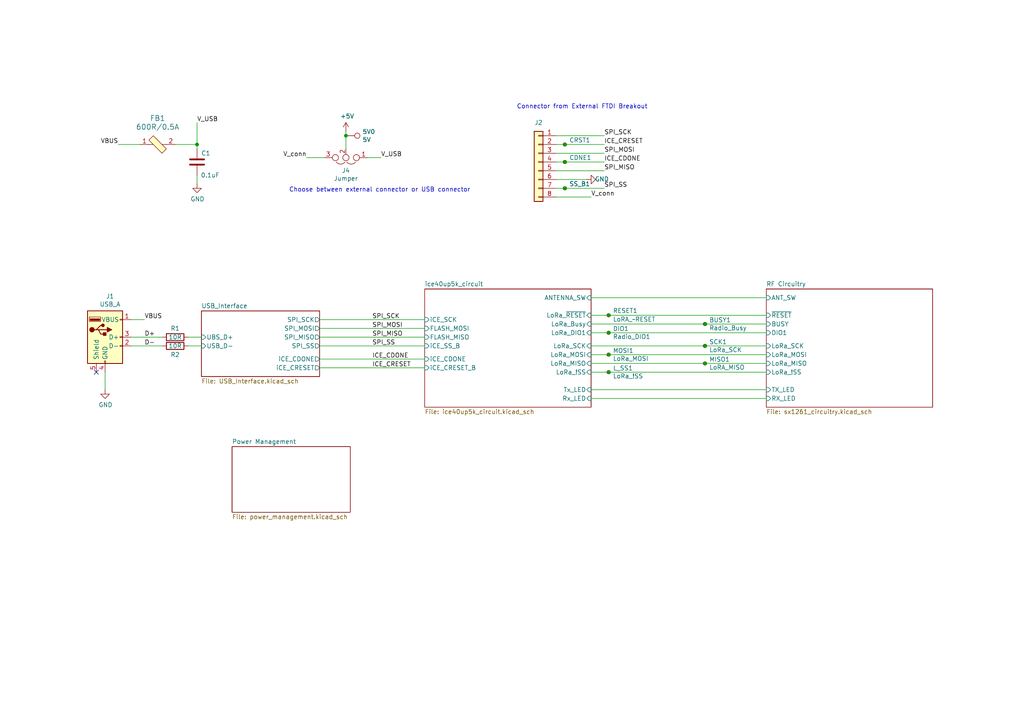
<source format=kicad_sch>
(kicad_sch (version 20211123) (generator eeschema)
  (paper "A4")
  (title_block (title "LoRa Dongle") (company "Mark Njoroge"))
  (lib_symbols
    (symbol "Connector:TestPoint" (pin_numbers hide) (pin_names (offset 0.762) hide)
      (property "Reference" "TP" (at 0 6.858 0))
      (property "Value" "TestPoint" (at 0 5.08 0))
      (symbol "TestPoint_0_1"
        (circle (center 0 3.302) (radius 0.762))
      )
      (symbol "TestPoint_1_1"
        (pin passive line (at 0 0 90) (length 2.54) (name "1") (number "1"))
      )
    )
    (symbol "Connector:TestPoint_Small" (pin_numbers hide) (pin_names (offset 0.762) hide)
      (property "Reference" "TP" (at 0 3.81 0))
      (property "Value" "TestPoint_Small" (at 0 2.032 0))
      (symbol "TestPoint_Small_0_1"
        (circle (center 0 0) (radius 0.508))
      )
      (symbol "TestPoint_Small_1_1"
        (pin passive line (at 0 0 90) (length 0) (name "1") (number "1"))
      )
    )
    (symbol "Connector:USB_A" (pin_names (offset 1.016))
      (property "Reference" "J" (at -5.08 11.43 0))
      (property "Value" "USB_A" (at -5.08 8.89 0))
      (symbol "USB_A_0_1"
        (rectangle (start -5.08 -7.62) (end 5.08 7.62) (stroke (width 0.254)) (fill (type background)))
        (circle (center -3.81 2.159) (radius 0.635) (stroke (width 0.254)) (fill (type outline)))
        (rectangle (start -1.524 4.826) (end -4.318 5.334) (fill (type outline)))
        (rectangle (start -1.27 4.572) (end -4.572 5.842))
        (circle (center -0.635 3.429) (radius 0.381) (stroke (width 0.254)) (fill (type outline)))
        (rectangle (start -0.127 -7.62) (end 0.127 -6.858))
        (polyline (pts (xy -3.175 2.159) (xy -2.54 2.159) (xy -1.27 3.429) (xy -0.635 3.429)) (stroke (width 0.254)))
        (polyline (pts (xy -2.54 2.159) (xy -1.905 2.159) (xy -1.27 0.889) (xy 0 0.889)) (stroke (width 0.254)))
        (polyline (pts (xy 0.635 2.794) (xy 0.635 1.524) (xy 1.905 2.159) (xy 0.635 2.794)) (stroke (width 0.254)) (fill (type outline)))
        (rectangle (start 0.254 1.27) (end -0.508 0.508) (stroke (width 0.254)) (fill (type outline)))
        (rectangle (start 5.08 -2.667) (end 4.318 -2.413))
        (rectangle (start 5.08 -0.127) (end 4.318 0.127))
        (rectangle (start 5.08 4.953) (end 4.318 5.207))
      )
      (symbol "USB_A_1_1"
        (polyline (pts (xy -1.905 2.159) (xy 0.635 2.159)) (stroke (width 0.254)))
        (pin power_in line (at 7.62 5.08 180) (length 2.54) (name "VBUS") (number "1"))
        (pin bidirectional line (at 7.62 -2.54 180) (length 2.54) (name "D-") (number "2"))
        (pin bidirectional line (at 7.62 0 180) (length 2.54) (name "D+") (number "3"))
        (pin power_in line (at 0 -10.16 90) (length 2.54) (name "GND") (number "4"))
        (pin passive line (at -2.54 -10.16 90) (length 2.54) (name "Shield") (number "5"))
      )
    )
    (symbol "Connector_Generic:Conn_01x08" (pin_names (offset 1.016) hide)
      (property "Reference" "J" (at 0 10.16 0))
      (property "Value" "Conn_01x08" (at 0 -12.7 0))
      (symbol "Conn_01x08_1_1"
        (rectangle (start -1.27 -10.033) (end 0 -10.287) (stroke (width 0.1524)))
        (rectangle (start -1.27 -7.493) (end 0 -7.747) (stroke (width 0.1524)))
        (rectangle (start -1.27 -4.953) (end 0 -5.207) (stroke (width 0.1524)))
        (rectangle (start -1.27 -2.413) (end 0 -2.667) (stroke (width 0.1524)))
        (rectangle (start -1.27 0.127) (end 0 -0.127) (stroke (width 0.1524)))
        (rectangle (start -1.27 2.667) (end 0 2.413) (stroke (width 0.1524)))
        (rectangle (start -1.27 5.207) (end 0 4.953) (stroke (width 0.1524)))
        (rectangle (start -1.27 7.747) (end 0 7.493) (stroke (width 0.1524)))
        (rectangle (start -1.27 8.89) (end 1.27 -11.43) (stroke (width 0.254)) (fill (type background)))
        (pin passive line (at -5.08 7.62 0) (length 3.81) (name "Pin_1") (number "1"))
        (pin passive line (at -5.08 5.08 0) (length 3.81) (name "Pin_2") (number "2"))
        (pin passive line (at -5.08 2.54 0) (length 3.81) (name "Pin_3") (number "3"))
        (pin passive line (at -5.08 0 0) (length 3.81) (name "Pin_4") (number "4"))
        (pin passive line (at -5.08 -2.54 0) (length 3.81) (name "Pin_5") (number "5"))
        (pin passive line (at -5.08 -5.08 0) (length 3.81) (name "Pin_6") (number "6"))
        (pin passive line (at -5.08 -7.62 0) (length 3.81) (name "Pin_7") (number "7"))
        (pin passive line (at -5.08 -10.16 0) (length 3.81) (name "Pin_8") (number "8"))
      )
    )
    (symbol "Device:C" (pin_numbers hide) (pin_names (offset 0.254))
      (property "Reference" "C" (at 0.635 2.54 0))
      (property "Value" "C" (at 0.635 -2.54 0))
      (symbol "C_0_1"
        (polyline (pts (xy -2.032 -0.762) (xy 2.032 -0.762)) (stroke (width 0.508)))
        (polyline (pts (xy -2.032 0.762) (xy 2.032 0.762)) (stroke (width 0.508)))
      )
      (symbol "C_1_1"
        (pin passive line (at 0 3.81 270) (length 2.794) (name "~") (number "1"))
        (pin passive line (at 0 -3.81 90) (length 2.794) (name "~") (number "2"))
      )
    )
    (symbol "Device:Jumper_NC_Dual" (pin_names (offset 0.762) hide)
      (property "Reference" "JP" (at 1.27 -2.54 0))
      (property "Value" "Device_Jumper_NC_Dual" (at 0 2.54 0))
      (symbol "Jumper_NC_Dual_0_1"
        (circle (center -3.048 0) (radius 0.889))
        (arc (start -0.254 1.27) (mid -1.524 1.8804) (end -2.794 1.27))
        (circle (center 0 0) (radius 0.9144))
        (arc (start 2.794 1.27) (mid 1.524 1.8804) (end 0.254 1.27))
        (circle (center 3.048 0) (radius 0.889))
        (pin passive line (at -6.35 0 0) (length 2.413) (name "1") (number "1"))
        (pin passive line (at 0 -2.54 90) (length 1.524) (name "2") (number "2"))
        (pin passive line (at 6.35 0 180) (length 2.413) (name "3") (number "3"))
      )
    )
    (symbol "Device:R" (pin_numbers hide) (pin_names (offset 0))
      (property "Reference" "R" (at 2.032 0 90))
      (property "Value" "R" (at 0 0 90))
      (symbol "R_0_1"
        (rectangle (start -1.016 -2.54) (end 1.016 2.54) (stroke (width 0.254)))
      )
      (symbol "R_1_1"
        (pin passive line (at 0 3.81 270) (length 1.27) (name "~") (number "1"))
        (pin passive line (at 0 -3.81 90) (length 1.27) (name "~") (number "2"))
      )
    )
    (symbol "dk_Ferrite-Beads-and-Chips:BLM18AG601SN1D" (pin_names (offset 1.016))
      (property "Reference" "FB" (at -2.54 3.81 0))
      (property "Value" "BLM18AG601SN1D" (at 0 -3.81 0))
      (symbol "BLM18AG601SN1D_0_1"
        (polyline (pts (xy -1.27 0) (xy -2.54 0)))
        (polyline (pts (xy 1.27 0) (xy 2.54 0)))
        (polyline (pts (xy -1.27 2.54) (xy -2.54 1.27) (xy 1.27 -2.54) (xy 2.54 -1.27) (xy -1.27 2.54)) (fill (type background)))
      )
      (symbol "BLM18AG601SN1D_1_1"
        (pin passive line (at -5.08 0 0) (length 2.54) (name "~") (number "1"))
        (pin passive line (at 5.08 0 180) (length 2.54) (name "~") (number "2"))
      )
    )
    (symbol "power:+5V" (power) (pin_names (offset 0))
      (property "Value" "+5V" (at 0 3.556 0))
      (symbol "+5V_0_1"
        (polyline (pts (xy -0.762 1.27) (xy 0 2.54)))
        (polyline (pts (xy 0 0) (xy 0 2.54)))
        (polyline (pts (xy 0 2.54) (xy 0.762 1.27)))
      )
      (symbol "+5V_1_1"
        (pin power_in line (at 0 0 90) (length 0) hide (name "+5V") (number "1"))
      )
    )
    (symbol "power:GND" (power) (pin_names (offset 0))
      (property "Value" "GND" (at 0 -3.81 0))
      (symbol "GND_0_1"
        (polyline (pts (xy 0 0) (xy 0 -1.27) (xy 1.27 -1.27) (xy 0 -2.54) (xy -1.27 -1.27) (xy 0 -1.27)))
      )
      (symbol "GND_1_1"
        (pin power_in line (at 0 0 270) (length 0) hide (name "GND") (number "1"))
      )
    )
  )
  (junction (at 163.83 46.99))
  (junction (at 176.53 96.52))
  (junction (at 163.83 54.61))
  (junction (at 204.47 105.41))
  (junction (at 57.15 41.91))
  (junction (at 176.53 91.44))
  (junction (at 176.53 102.87))
  (junction (at 163.83 41.91))
  (junction (at 204.47 100.33))
  (junction (at 100.33 39.37))
  (junction (at 204.47 93.98))
  (junction (at 176.53 107.95))
  (no_connect (at 27.94 107.95))
  (wire (pts (xy 171.45 100.33) (xy 204.47 100.33)))
  (wire (pts (xy 171.45 96.52) (xy 176.53 96.52)))
  (wire (pts (xy 171.45 86.36) (xy 222.25 86.36)))
  (wire (pts (xy 204.47 100.33) (xy 222.25 100.33)))
  (wire (pts (xy 92.71 104.14) (xy 123.19 104.14)))
  (wire (pts (xy 204.47 93.98) (xy 222.25 93.98)))
  (wire (pts (xy 171.45 102.87) (xy 176.53 102.87)))
  (wire (pts (xy 38.1 97.79) (xy 46.99 97.79)))
  (wire (pts (xy 176.53 107.95) (xy 222.25 107.95)))
  (wire (pts (xy 176.53 96.52) (xy 222.25 96.52)))
  (wire (pts (xy 163.83 54.61) (xy 175.26 54.61)))
  (wire (pts (xy 100.33 39.37) (xy 100.33 38.1)))
  (wire (pts (xy 161.29 46.99) (xy 163.83 46.99)))
  (wire (pts (xy 161.29 49.53) (xy 175.26 49.53)))
  (wire (pts (xy 57.15 41.91) (xy 57.15 35.56)))
  (wire (pts (xy 171.45 107.95) (xy 176.53 107.95)))
  (wire (pts (xy 161.29 41.91) (xy 163.83 41.91)))
  (wire (pts (xy 92.71 97.79) (xy 123.19 97.79)))
  (wire (pts (xy 171.45 113.03) (xy 222.25 113.03)))
  (wire (pts (xy 54.61 100.33) (xy 58.42 100.33)))
  (wire (pts (xy 161.29 39.37) (xy 175.26 39.37)))
  (wire (pts (xy 163.83 41.91) (xy 175.26 41.91)))
  (wire (pts (xy 161.29 52.07) (xy 170.18 52.07)))
  (wire (pts (xy 176.53 102.87) (xy 222.25 102.87)))
  (wire (pts (xy 92.71 95.25) (xy 123.19 95.25)))
  (wire (pts (xy 54.61 97.79) (xy 58.42 97.79)))
  (wire (pts (xy 161.29 57.15) (xy 171.45 57.15)))
  (wire (pts (xy 38.1 100.33) (xy 46.99 100.33)))
  (wire (pts (xy 161.29 54.61) (xy 163.83 54.61)))
  (wire (pts (xy 34.29 41.91) (xy 40.64 41.91)))
  (wire (pts (xy 171.45 105.41) (xy 204.47 105.41)))
  (wire (pts (xy 57.15 50.8) (xy 57.15 53.34)))
  (wire (pts (xy 171.45 93.98) (xy 204.47 93.98)))
  (wire (pts (xy 204.47 105.41) (xy 222.25 105.41)))
  (wire (pts (xy 171.45 91.44) (xy 176.53 91.44)))
  (wire (pts (xy 50.8 41.91) (xy 57.15 41.91)))
  (wire (pts (xy 161.29 44.45) (xy 175.26 44.45)))
  (wire (pts (xy 92.71 106.68) (xy 123.19 106.68)))
  (wire (pts (xy 30.48 107.95) (xy 30.48 113.03)))
  (wire (pts (xy 57.15 41.91) (xy 57.15 43.18)))
  (wire (pts (xy 110.49 45.72) (xy 106.68 45.72)))
  (wire (pts (xy 171.45 115.57) (xy 222.25 115.57)))
  (wire (pts (xy 92.71 100.33) (xy 123.19 100.33)))
  (wire (pts (xy 176.53 91.44) (xy 222.25 91.44)))
  (wire (pts (xy 93.98 45.72) (xy 88.9 45.72)))
  (wire (pts (xy 100.33 43.18) (xy 100.33 39.37)))
  (wire (pts (xy 163.83 46.99) (xy 175.26 46.99)))
  (wire (pts (xy 92.71 92.71) (xy 123.19 92.71)))
  (wire (pts (xy 38.1 92.71) (xy 41.91 92.71)))
  (text "Choose between external connector or USB connector" (at 83.82 55.88 0) (effects (font (size 1.27 1.27)) (justify left bottom)))
  (text "Connector from External FTDI Breakout" (at 149.86 31.75 0) (effects (font (size 1.27 1.27)) (justify left bottom)))
  (label "V_USB" (at 57.15 35.56 0))
  (label "V_conn" (at 171.45 57.15 0))
  (label "VBUS" (at 41.91 92.71 0))
  (label "SPI_SCK" (at 107.95 92.71 0))
  (label "ICE_CRESET" (at 175.26 41.91 0))
  (label "SPI_SCK" (at 175.26 39.37 0))
  (label "V_conn" (at 88.9 45.72 180))
  (label "ICE_CRESET" (at 107.95 106.68 0))
  (label "V_USB" (at 110.49 45.72 0))
  (label "D+" (at 41.91 97.79 0))
  (label "ICE_CDONE" (at 175.26 46.99 0))
  (label "SPI_MOSI" (at 175.26 44.45 0))
  (label "ICE_CDONE" (at 107.95 104.14 0))
  (label "VBUS" (at 34.29 41.91 180))
  (label "SPI_MOSI" (at 107.95 95.25 0))
  (label "SPI_SS" (at 107.95 100.33 0))
  (label "SPI_MISO" (at 175.26 49.53 0))
  (label "D-" (at 41.91 100.33 0))
  (label "SPI_MISO" (at 107.95 97.79 0))
  (label "SPI_SS" (at 175.26 54.61 0))
  (symbol (lib_id "Connector:USB_A") (at 30.48 97.79 0) (unit 1)
    (property "Reference" "J1" (at 31.9278 85.9282 0))
    (property "Value" "USB_A" (at 31.9278 88.2396 0))
    (property "Footprint" "Connector_USB:USB_A_CNCTech_1001-011-01101_Horizontal" (effects hide))
    (property "Datasheet" " ~" (effects hide))
  )
  (symbol (lib_id "power:GND") (at 30.48 113.03 0) (unit 1)
    (property "Reference" "#PWR0102" (effects hide))
    (property "Value" "GND" (at 30.607 117.4242 0))
  )
  (symbol (lib_id "Device:C") (at 57.15 46.99 180) (unit 1)
    (property "Reference" "C1" (at 59.69 44.45 0))
    (property "Value" "0.1uF" (at 60.96 50.8 0))
    (property "Footprint" "Capacitor_SMD:C_0402_1005Metric_Pad0.74x0.62mm_HandSolder" (effects hide))
    (property "Part Number" "GCM155R71C104KA55J" (effects hide))
  )
  (symbol (lib_id "dk_Ferrite-Beads-and-Chips:BLM18AG601SN1D") (at 45.72 41.91 0) (unit 1)
    (property "Reference" "FB1" (at 45.72 34.29 0) (effects (font (size 1.524 1.524))))
    (property "Value" "600R/0.5A" (at 45.72 36.83 0) (effects (font (size 1.524 1.524))))
    (property "Footprint" "digikey-footprints:0603" (effects hide))
    (property "Datasheet" "https://www.murata.com/en-us/products/productdata/8796738650142/ENFA0003.pdf" (effects hide))
    (property "Digi-Key_PN" "490-1014-1-ND" (effects hide))
    (property "MPN" "BLM18AG601SN1D" (effects hide))
    (property "Category" "Filters" (effects hide))
    (property "Family" "Ferrite Beads and Chips" (effects hide))
    (property "DK_Datasheet_Link" "https://www.murata.com/en-us/products/productdata/8796738650142/ENFA0003.pdf" (effects hide))
    (property "DK_Detail_Page" "/product-detail/en/murata-electronics-north-america/BLM18AG601SN1D/490-1014-1-ND/584462" (effects hide))
    (property "Description" "FERRITE BEAD 600 OHM 0603 1LN" (effects hide))
    (property "Manufacturer" "Murata Electronics North America" (effects hide))
    (property "Status" "Active" (effects hide))
  )
  (symbol (lib_id "Device:R") (at 50.8 97.79 270) (unit 1)
    (property "Reference" "R1" (at 50.8 95.25 90))
    (property "Value" "10R" (at 50.8 97.79 90))
    (property "Footprint" "Resistor_SMD:R_0402_1005Metric_Pad0.72x0.64mm_HandSolder" (effects hide))
  )
  (symbol (lib_id "Device:R") (at 50.8 100.33 270) (unit 1)
    (property "Reference" "R2" (at 50.8 102.87 90))
    (property "Value" "10R" (at 50.8 100.33 90))
    (property "Footprint" "Resistor_SMD:R_0402_1005Metric_Pad0.72x0.64mm_HandSolder" (effects hide))
  )
  (symbol (lib_id "Device:Jumper_NC_Dual") (at 100.33 45.72 180) (unit 1)
    (property "Reference" "J4" (at 100.33 49.4538 0))
    (property "Value" "Jumper" (at 100.33 51.7652 0))
    (property "Footprint" "Connector_PinHeader_2.54mm:PinHeader_1x03_P2.54mm_Vertical" (effects hide))
  )
  (symbol (lib_id "power:+5V") (at 100.33 38.1 0) (unit 1)
    (property "Reference" "#PWR03" (effects hide))
    (property "Value" "+5V" (at 100.711 33.7058 0))
  )
  (symbol (lib_id "power:GND") (at 57.15 53.34 0) (unit 1)
    (property "Reference" "#PWR01" (effects hide))
    (property "Value" "GND" (at 57.277 57.7342 0))
  )
  (symbol (lib_id "power:GND") (at 170.18 52.07 90) (unit 1)
    (property "Reference" "#PWR02" (effects hide))
    (property "Value" "GND" (at 174.5742 51.943 90))
  )
  (symbol (lib_id "Connector_Generic:Conn_01x08") (at 156.21 46.99 0) (mirror y) (unit 1)
    (property "Reference" "J2" (at 156.21 35.56 0))
    (property "Value" "Conn_01x08" (effects hide))
    (property "Footprint" "Connector_PinHeader_2.54mm:PinHeader_2x04_P2.54mm_Vertical" (effects hide))
  )
  (symbol (lib_id "Connector:TestPoint_Small") (at 176.53 107.95 0) (unit 1)
    (property "Reference" "L_SS1" (at 177.7492 106.7816 0) (effects (justify left)))
    (property "Value" "LoRa_!SS" (at 177.7492 109.093 0) (effects (justify left)))
    (property "Footprint" "TestPoint:TestPoint_Pad_D1.0mm" (effects hide))
  )
  (symbol (lib_id "Connector:TestPoint_Small") (at 204.47 105.41 0) (unit 1)
    (property "Reference" "MISO1" (at 205.6892 104.2416 0) (effects (justify left)))
    (property "Value" "LoRA_MISO" (at 205.6892 106.553 0) (effects (justify left)))
    (property "Footprint" "TestPoint:TestPoint_Pad_D1.0mm" (effects hide))
  )
  (symbol (lib_id "Connector:TestPoint_Small") (at 176.53 102.87 0) (unit 1)
    (property "Reference" "MOSI1" (at 177.7492 101.7016 0) (effects (justify left)))
    (property "Value" "LoRa_MOSI" (at 177.7492 104.013 0) (effects (justify left)))
    (property "Footprint" "TestPoint:TestPoint_Pad_D1.0mm" (effects hide))
  )
  (symbol (lib_id "Connector:TestPoint_Small") (at 204.47 100.33 0) (unit 1)
    (property "Reference" "SCK1" (at 205.6892 99.1616 0) (effects (justify left)))
    (property "Value" "LoRa_SCK" (at 205.6892 101.473 0) (effects (justify left)))
    (property "Footprint" "TestPoint:TestPoint_Pad_D1.0mm" (effects hide))
  )
  (symbol (lib_id "Connector:TestPoint_Small") (at 176.53 96.52 0) (unit 1)
    (property "Reference" "DIO1" (at 177.7492 95.3516 0) (effects (justify left)))
    (property "Value" "Radio_DIO1" (at 177.7492 97.663 0) (effects (justify left)))
    (property "Footprint" "TestPoint:TestPoint_Pad_D1.0mm" (effects hide))
  )
  (symbol (lib_id "Connector:TestPoint_Small") (at 204.47 93.98 0) (unit 1)
    (property "Reference" "BUSY1" (at 205.6892 92.8116 0) (effects (justify left)))
    (property "Value" "Radio_Busy" (at 205.6892 95.123 0) (effects (justify left)))
    (property "Footprint" "TestPoint:TestPoint_Pad_D1.0mm" (effects hide))
  )
  (symbol (lib_id "Connector:TestPoint_Small") (at 176.53 91.44 0) (unit 1)
    (property "Reference" "RESET1" (at 177.7492 90.1192 0) (effects (justify left)))
    (property "Value" "LoRA_~RESET" (at 177.7492 92.6084 0) (effects (justify left)))
    (property "Footprint" "TestPoint:TestPoint_Pad_D1.0mm" (effects hide))
  )
  (symbol (lib_id "Connector:TestPoint") (at 100.33 39.37 270) (unit 1)
    (property "Reference" "5V0" (at 105.1052 38.2016 90) (effects (justify left)))
    (property "Value" "5V" (at 105.1052 40.513 90) (effects (justify left)))
    (property "Footprint" "TestPoint:TestPoint_Pad_D1.0mm" (effects hide))
  )
  (symbol (lib_id "Connector:TestPoint_Small") (at 163.83 54.61 0) (unit 1)
    (property "Reference" "SS_B1" (at 165.1 53.34 0) (effects (justify left)))
    (property "Value" "iCE_SS_B" (effects hide))
    (property "Footprint" "TestPoint:TestPoint_Pad_D1.0mm" (effects hide))
  )
  (symbol (lib_id "Connector:TestPoint_Small") (at 163.83 46.99 0) (unit 1)
    (property "Reference" "CDNE1" (at 165.1 45.72 0) (effects (justify left)))
    (property "Value" "iCE_CDONE" (effects hide))
    (property "Footprint" "TestPoint:TestPoint_Pad_D1.0mm" (effects hide))
  )
  (symbol (lib_id "Connector:TestPoint_Small") (at 163.83 41.91 0) (unit 1)
    (property "Reference" "CRST1" (at 165.1 40.64 0) (effects (justify left)))
    (property "Value" "iCE_CRESET" (effects hide))
    (property "Footprint" "TestPoint:TestPoint_Pad_D1.0mm" (effects hide))
  )
  (sheet (at 67.31 129.54) (size 34.29 19.05)
    (property "Sheet name" "Power Management" (at 67.31 128.8284 0) (effects (justify left bottom)))
    (property "Sheet file" "power_management.kicad_sch" (at 67.31 149.1746 0) (effects (justify left top)))
  )
  (sheet (at 222.25 83.82) (size 48.26 34.29)
    (property "Sheet name" "RF Circuitry" (at 222.25 83.1084 0) (effects (justify left bottom)))
    (property "Sheet file" "sx1261_circuitry.kicad_sch" (at 222.25 118.6946 0) (effects (justify left top)))
    (pin "ANT_SW" input (at 222.25 86.36 180))
    (pin "~{RESET}" input (at 222.25 91.44 180))
    (pin "BUSY" input (at 222.25 93.98 180))
    (pin "DIO1" input (at 222.25 96.52 180))
    (pin "TX_LED" input (at 222.25 113.03 180))
    (pin "RX_LED" input (at 222.25 115.57 180))
    (pin "LoRa_!SS" input (at 222.25 107.95 180))
    (pin "LoRa_MISO" input (at 222.25 105.41 180))
    (pin "LoRa_MOSI" input (at 222.25 102.87 180))
    (pin "LoRa_SCK" input (at 222.25 100.33 180))
  )
  (sheet (at 58.42 90.17) (size 34.29 19.05)
    (property "Sheet name" "USB_Interface" (at 58.42 89.4584 0) (effects (justify left bottom)))
    (property "Sheet file" "USB_Interface.kicad_sch" (at 58.42 109.8046 0) (effects (justify left top)))
    (pin "SPI_SCK" output (at 92.71 92.71 0))
    (pin "SPI_MOSI" output (at 92.71 95.25 0))
    (pin "SPI_MISO" output (at 92.71 97.79 0))
    (pin "SPI_SS" output (at 92.71 100.33 0))
    (pin "iCE_CDONE" output (at 92.71 104.14 0))
    (pin "iCE_CRESET" output (at 92.71 106.68 0))
    (pin "USB_D-" input (at 58.42 100.33 180))
    (pin "UBS_D+" input (at 58.42 97.79 180))
  )
  (sheet (at 123.19 83.82) (size 48.26 34.29)
    (property "Sheet name" "ice40up5k_circuit" (at 123.19 83.1084 0) (effects (justify left bottom)))
    (property "Sheet file" "ice40up5k_circuit.kicad_sch" (at 123.19 118.6946 0) (effects (justify left top)))
    (pin "iCE_CDONE" input (at 123.19 104.14 180))
    (pin "iCE_CRESET_B" input (at 123.19 106.68 180))
    (pin "iCE_SCK" input (at 123.19 92.71 180))
    (pin "iCE_SS_B" input (at 123.19 100.33 180))
    (pin "FLASH_MOSI" input (at 123.19 95.25 180))
    (pin "FLASH_MISO" input (at 123.19 97.79 180))
    (pin "Tx_LED" input (at 171.45 113.03 0))
    (pin "Rx_LED" input (at 171.45 115.57 0))
    (pin "ANTENNA_SW" input (at 171.45 86.36 0))
    (pin "LoRa_~{RESET}" input (at 171.45 91.44 0))
    (pin "LoRa_Busy" input (at 171.45 93.98 0))
    (pin "LoRa_DIO1" input (at 171.45 96.52 0))
    (pin "LoRa_SCK" input (at 171.45 100.33 0))
    (pin "LoRa_MOSI" input (at 171.45 102.87 0))
    (pin "LoRa_MISO" input (at 171.45 105.41 0))
    (pin "LoRa_!SS" input (at 171.45 107.95 0))
  )
)
</source>
